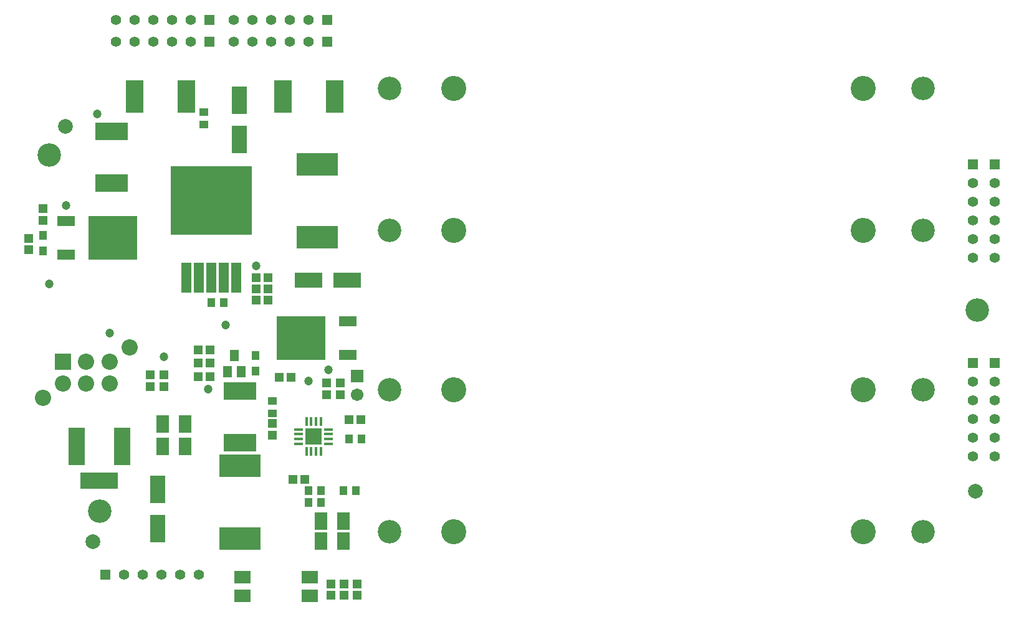
<source format=gts>
G04*
G04 #@! TF.GenerationSoftware,Altium Limited,Altium Designer,24.5.2 (23)*
G04*
G04 Layer_Color=8388736*
%FSLAX25Y25*%
%MOIN*%
G70*
G04*
G04 #@! TF.SameCoordinates,B9E999FF-5E62-4FF1-9475-A2E94A4798F8*
G04*
G04*
G04 #@! TF.FilePolarity,Negative*
G04*
G01*
G75*
%ADD38C,0.07874*%
%ADD39R,0.08661X0.08661*%
%ADD40R,0.01575X0.05118*%
%ADD41R,0.05118X0.01575*%
%ADD42C,0.04737*%
%ADD43R,0.09461X0.17729*%
%ADD44R,0.17729X0.09461*%
%ADD45R,0.06706X0.09461*%
%ADD46R,0.04816X0.04501*%
%ADD47R,0.22060X0.12217*%
%ADD48R,0.09776X0.05524*%
%ADD49R,0.25997X0.23635*%
%ADD50R,0.04501X0.04816*%
%ADD51R,0.43713X0.36627*%
%ADD52R,0.05328X0.16351*%
%ADD53R,0.04737X0.04343*%
%ADD54R,0.14580X0.08083*%
%ADD55R,0.04343X0.04737*%
%ADD56R,0.08083X0.14580*%
%ADD57R,0.03950X0.04737*%
%ADD58R,0.04737X0.06312*%
%ADD59R,0.09068X0.06706*%
%ADD60C,0.06706*%
%ADD61R,0.06706X0.06706*%
%ADD62C,0.12611*%
%ADD63C,0.13398*%
%ADD64R,0.20485X0.08674*%
%ADD65R,0.08674X0.20485*%
%ADD66C,0.05603*%
%ADD67R,0.05603X0.05603*%
%ADD68R,0.08674X0.08674*%
%ADD69C,0.08674*%
%ADD70R,0.05603X0.05603*%
%ADD71C,0.03556*%
D38*
X513386Y74410D02*
D03*
X41339Y47244D02*
D03*
X26772Y269685D02*
D03*
D39*
X159370Y103612D02*
D03*
D40*
X155532Y111682D02*
D03*
X158091D02*
D03*
X160650D02*
D03*
X163209D02*
D03*
X160650Y95541D02*
D03*
X158091D02*
D03*
X155532D02*
D03*
X163209D02*
D03*
D41*
X167441Y107450D02*
D03*
Y104891D02*
D03*
Y102332D02*
D03*
Y99773D02*
D03*
X151299D02*
D03*
Y102332D02*
D03*
Y104891D02*
D03*
Y107450D02*
D03*
D42*
X102819Y129134D02*
D03*
X167323Y139370D02*
D03*
X43701Y276378D02*
D03*
X112205Y163386D02*
D03*
X128779Y194882D02*
D03*
X156693Y133465D02*
D03*
X26980Y227347D02*
D03*
X79134Y146457D02*
D03*
X18110Y185433D02*
D03*
X50394Y159055D02*
D03*
D43*
X63779Y285827D02*
D03*
X91339D02*
D03*
X142913D02*
D03*
X170473D02*
D03*
D44*
X51181Y266929D02*
D03*
Y239370D02*
D03*
X119887Y100394D02*
D03*
Y127953D02*
D03*
D45*
X175197Y47706D02*
D03*
X163386D02*
D03*
X175197Y58336D02*
D03*
X163386D02*
D03*
X90551Y98425D02*
D03*
X78740D02*
D03*
X90551Y110236D02*
D03*
X78740D02*
D03*
D46*
X182677Y24764D02*
D03*
Y18543D02*
D03*
X175591Y18543D02*
D03*
Y24764D02*
D03*
X166142Y132244D02*
D03*
Y126024D02*
D03*
X72047Y136575D02*
D03*
Y130354D02*
D03*
X7087Y209803D02*
D03*
Y203583D02*
D03*
X14567Y225551D02*
D03*
Y219331D02*
D03*
X79134Y130354D02*
D03*
Y136575D02*
D03*
X173622Y132244D02*
D03*
Y126024D02*
D03*
X137402Y104370D02*
D03*
Y110591D02*
D03*
X168504Y24764D02*
D03*
Y18543D02*
D03*
D47*
X161283Y210236D02*
D03*
Y249213D02*
D03*
X119887Y88060D02*
D03*
Y49084D02*
D03*
D48*
X26964Y201029D02*
D03*
Y219139D02*
D03*
X177677Y147244D02*
D03*
Y165354D02*
D03*
D49*
X51964Y210084D02*
D03*
X152677Y156299D02*
D03*
D50*
X140984Y135433D02*
D03*
X147205D02*
D03*
X135000Y188583D02*
D03*
X128779D02*
D03*
X128779Y182677D02*
D03*
X135000D02*
D03*
X135000Y176772D02*
D03*
X128779D02*
D03*
X103898Y150000D02*
D03*
X97677D02*
D03*
X103898Y142913D02*
D03*
X97677D02*
D03*
X103898Y135827D02*
D03*
X97677D02*
D03*
X178386Y112598D02*
D03*
X184606D02*
D03*
X154685Y80709D02*
D03*
X148465D02*
D03*
D51*
X104640Y230088D02*
D03*
D52*
X91175Y188750D02*
D03*
X97908D02*
D03*
X104640D02*
D03*
X111372D02*
D03*
X118105D02*
D03*
D53*
X100787Y270669D02*
D03*
Y277362D02*
D03*
X137406Y122706D02*
D03*
Y116013D02*
D03*
D54*
X177362Y187402D02*
D03*
X156496D02*
D03*
D55*
X104528Y175197D02*
D03*
X111221D02*
D03*
X185039Y102362D02*
D03*
X178347D02*
D03*
X175211Y74803D02*
D03*
X181904D02*
D03*
X156496D02*
D03*
X163189D02*
D03*
X156496Y68504D02*
D03*
X163189D02*
D03*
D56*
X119685Y262795D02*
D03*
Y283661D02*
D03*
X75894Y75197D02*
D03*
Y54331D02*
D03*
D57*
X14567Y211221D02*
D03*
Y202953D02*
D03*
X128347Y138779D02*
D03*
Y147047D02*
D03*
D58*
X116929Y146850D02*
D03*
X120669Y138189D02*
D03*
X113189D02*
D03*
D59*
X121457Y18228D02*
D03*
Y28228D02*
D03*
X157283D02*
D03*
Y18228D02*
D03*
D60*
X182677Y126102D02*
D03*
D61*
Y136102D02*
D03*
D62*
X199803Y128543D02*
D03*
X485236D02*
D03*
Y52559D02*
D03*
X199803D02*
D03*
Y289961D02*
D03*
X485236D02*
D03*
Y213976D02*
D03*
X199803D02*
D03*
X44882Y63779D02*
D03*
X18110Y254331D02*
D03*
X514173Y171260D02*
D03*
D63*
X234409Y52559D02*
D03*
Y128543D02*
D03*
X453386Y52559D02*
D03*
Y128543D02*
D03*
X234409Y213976D02*
D03*
Y289961D02*
D03*
X453386Y213976D02*
D03*
Y289961D02*
D03*
D64*
X44488Y79921D02*
D03*
D65*
X32677Y98425D02*
D03*
X57087D02*
D03*
D66*
X97835Y29528D02*
D03*
X87835D02*
D03*
X77835D02*
D03*
X67835D02*
D03*
X57835D02*
D03*
X156732Y326772D02*
D03*
X146732D02*
D03*
X136732D02*
D03*
X126732D02*
D03*
X116732D02*
D03*
X156732Y314961D02*
D03*
X146732D02*
D03*
X136732D02*
D03*
X126732D02*
D03*
X116732D02*
D03*
X93740Y314961D02*
D03*
X83740D02*
D03*
X73740D02*
D03*
X63740D02*
D03*
X53740D02*
D03*
X93740Y326772D02*
D03*
X83740D02*
D03*
X73740D02*
D03*
X63740D02*
D03*
X53740D02*
D03*
X523622Y239409D02*
D03*
Y229410D02*
D03*
Y219409D02*
D03*
Y209409D02*
D03*
Y199409D02*
D03*
X511811Y239409D02*
D03*
Y229410D02*
D03*
Y219409D02*
D03*
Y209409D02*
D03*
Y199409D02*
D03*
X523622Y133110D02*
D03*
Y123110D02*
D03*
Y113110D02*
D03*
Y103110D02*
D03*
Y93110D02*
D03*
X511811Y133110D02*
D03*
Y123110D02*
D03*
Y113110D02*
D03*
Y103110D02*
D03*
Y93110D02*
D03*
D67*
X47835Y29528D02*
D03*
X166732Y326772D02*
D03*
Y314961D02*
D03*
X103740Y314961D02*
D03*
Y326772D02*
D03*
D68*
X25197Y143701D02*
D03*
D69*
X37795D02*
D03*
X50394D02*
D03*
X25197Y131890D02*
D03*
X37795D02*
D03*
X50394D02*
D03*
X61024Y151181D02*
D03*
X14567Y124409D02*
D03*
D70*
X523622Y249410D02*
D03*
X511811D02*
D03*
X523622Y143110D02*
D03*
X511811D02*
D03*
D71*
X157205Y101446D02*
D03*
X161535D02*
D03*
Y105777D02*
D03*
X157205D02*
D03*
M02*

</source>
